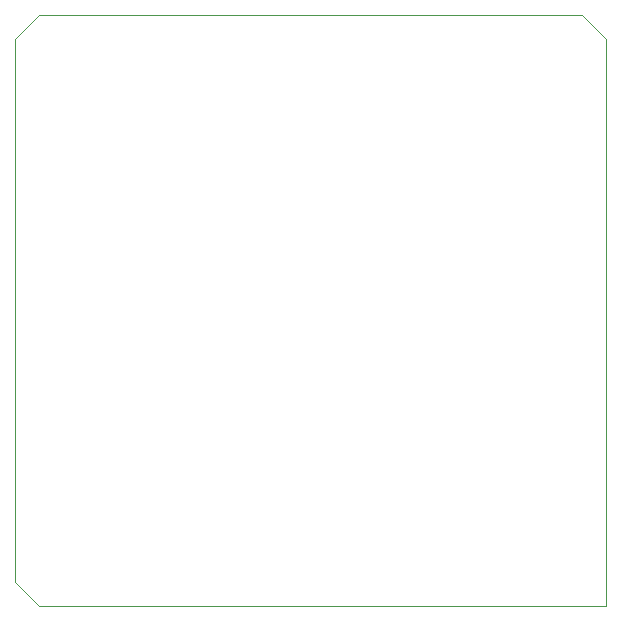
<source format=gko>
G04 (created by PCBNEW (2013-jul-07)-stable) date Sat 15 Mar 2014 05:33:54 EET*
%MOIN*%
G04 Gerber Fmt 3.4, Leading zero omitted, Abs format*
%FSLAX34Y34*%
G01*
G70*
G90*
G04 APERTURE LIST*
%ADD10C,0.00590551*%
%ADD11C,0.00393701*%
G04 APERTURE END LIST*
G54D10*
G54D11*
X7874Y-26771D02*
X8661Y-27559D01*
X8661Y-7874D02*
X7874Y-8661D01*
X26771Y-7874D02*
X27559Y-8661D01*
X26771Y-7874D02*
X8661Y-7874D01*
X27559Y-27559D02*
X27559Y-8661D01*
X8661Y-27559D02*
X27559Y-27559D01*
X7874Y-8661D02*
X7874Y-26771D01*
M02*

</source>
